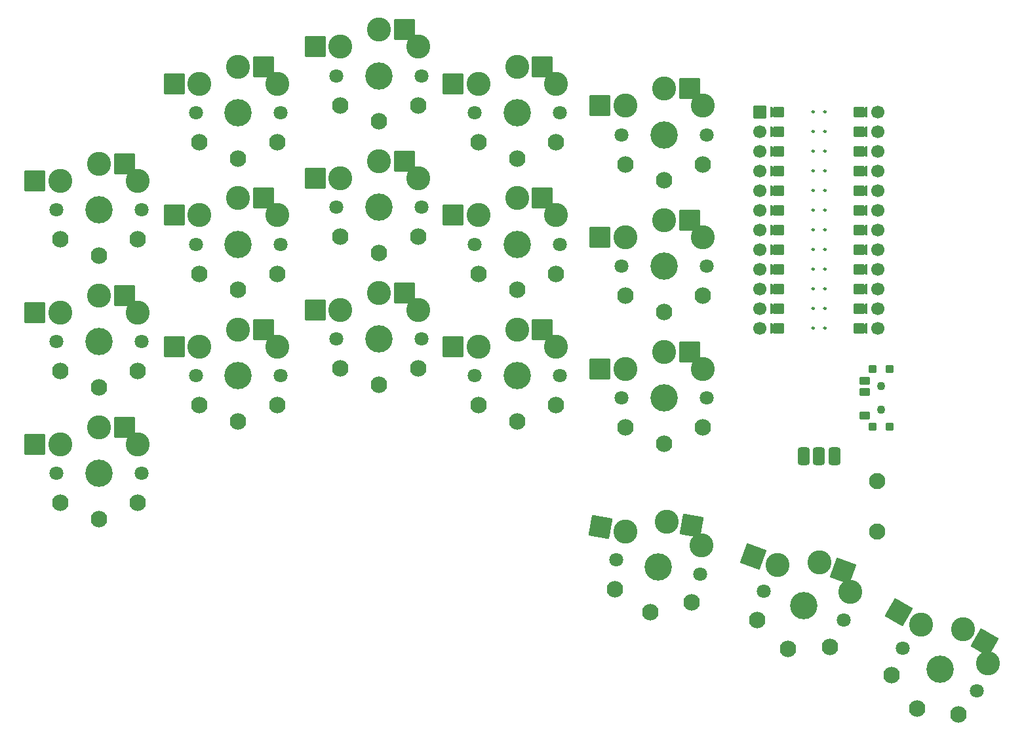
<source format=gbr>
%TF.GenerationSoftware,KiCad,Pcbnew,(6.0.7-1)-1*%
%TF.CreationDate,2022-10-05T14:36:59+03:00*%
%TF.ProjectId,board,626f6172-642e-46b6-9963-61645f706362,v1.0.0*%
%TF.SameCoordinates,Original*%
%TF.FileFunction,Soldermask,Top*%
%TF.FilePolarity,Negative*%
%FSLAX46Y46*%
G04 Gerber Fmt 4.6, Leading zero omitted, Abs format (unit mm)*
G04 Created by KiCad (PCBNEW (6.0.7-1)-1) date 2022-10-05 14:36:59*
%MOMM*%
%LPD*%
G01*
G04 APERTURE LIST*
G04 Aperture macros list*
%AMRoundRect*
0 Rectangle with rounded corners*
0 $1 Rounding radius*
0 $2 $3 $4 $5 $6 $7 $8 $9 X,Y pos of 4 corners*
0 Add a 4 corners polygon primitive as box body*
4,1,4,$2,$3,$4,$5,$6,$7,$8,$9,$2,$3,0*
0 Add four circle primitives for the rounded corners*
1,1,$1+$1,$2,$3*
1,1,$1+$1,$4,$5*
1,1,$1+$1,$6,$7*
1,1,$1+$1,$8,$9*
0 Add four rect primitives between the rounded corners*
20,1,$1+$1,$2,$3,$4,$5,0*
20,1,$1+$1,$4,$5,$6,$7,0*
20,1,$1+$1,$6,$7,$8,$9,0*
20,1,$1+$1,$8,$9,$2,$3,0*%
%AMFreePoly0*
4,1,14,0.635355,0.435355,0.650000,0.400000,0.650000,0.200000,0.635355,0.164645,0.035355,-0.435355,0.000000,-0.450000,-0.035355,-0.435355,-0.635355,0.164645,-0.650000,0.200000,-0.650000,0.400000,-0.635355,0.435355,-0.600000,0.450000,0.600000,0.450000,0.635355,0.435355,0.635355,0.435355,$1*%
%AMFreePoly1*
4,1,16,0.635355,1.035355,0.650000,1.000000,0.650000,-0.250000,0.635355,-0.285355,0.600000,-0.300000,-0.600000,-0.300000,-0.635355,-0.285355,-0.650000,-0.250000,-0.650000,1.000000,-0.635355,1.035355,-0.600000,1.050000,-0.564645,1.035355,0.000000,0.470710,0.564645,1.035355,0.600000,1.050000,0.635355,1.035355,0.635355,1.035355,$1*%
G04 Aperture macros list end*
%ADD10C,0.250000*%
%ADD11C,0.100000*%
%ADD12C,3.529000*%
%ADD13C,1.801800*%
%ADD14C,3.100000*%
%ADD15RoundRect,0.050000X-1.300000X-1.300000X1.300000X-1.300000X1.300000X1.300000X-1.300000X1.300000X0*%
%ADD16C,2.132000*%
%ADD17RoundRect,0.050000X-1.505993X-1.054507X1.054507X-1.505993X1.505993X1.054507X-1.054507X1.505993X0*%
%ADD18RoundRect,0.050000X-1.666227X-0.776974X0.776974X-1.666227X1.666227X0.776974X-0.776974X1.666227X0*%
%ADD19RoundRect,0.050000X-1.775833X-0.475833X0.475833X-1.775833X1.775833X0.475833X-0.475833X1.775833X0*%
%ADD20C,1.700000*%
%ADD21FreePoly0,90.000000*%
%ADD22FreePoly1,90.000000*%
%ADD23RoundRect,0.050000X-0.800000X0.800000X-0.800000X-0.800000X0.800000X-0.800000X0.800000X0.800000X0*%
%ADD24FreePoly1,270.000000*%
%ADD25FreePoly0,270.000000*%
%ADD26C,1.100000*%
%ADD27RoundRect,0.050000X-0.625000X0.450000X-0.625000X-0.450000X0.625000X-0.450000X0.625000X0.450000X0*%
%ADD28RoundRect,0.050000X-0.450000X0.450000X-0.450000X-0.450000X0.450000X-0.450000X0.450000X0.450000X0*%
%ADD29RoundRect,0.425000X-0.375000X-0.750000X0.375000X-0.750000X0.375000X0.750000X-0.375000X0.750000X0*%
%ADD30C,2.100000*%
G04 APERTURE END LIST*
D10*
%TO.C,MCU1*%
X160363000Y68745500D02*
G75*
G03*
X160363000Y68745500I-125000J0D01*
G01*
X161887000Y68745500D02*
G75*
G03*
X161887000Y68745500I-125000J0D01*
G01*
X160363000Y71285500D02*
G75*
G03*
X160363000Y71285500I-125000J0D01*
G01*
X161887000Y71285500D02*
G75*
G03*
X161887000Y71285500I-125000J0D01*
G01*
X160363000Y73825500D02*
G75*
G03*
X160363000Y73825500I-125000J0D01*
G01*
X161887000Y73825500D02*
G75*
G03*
X161887000Y73825500I-125000J0D01*
G01*
X160363000Y76365500D02*
G75*
G03*
X160363000Y76365500I-125000J0D01*
G01*
X161887000Y76365500D02*
G75*
G03*
X161887000Y76365500I-125000J0D01*
G01*
X160363000Y78905500D02*
G75*
G03*
X160363000Y78905500I-125000J0D01*
G01*
X161887000Y78905500D02*
G75*
G03*
X161887000Y78905500I-125000J0D01*
G01*
X160363000Y81445500D02*
G75*
G03*
X160363000Y81445500I-125000J0D01*
G01*
X161887000Y81445500D02*
G75*
G03*
X161887000Y81445500I-125000J0D01*
G01*
X160363000Y83985500D02*
G75*
G03*
X160363000Y83985500I-125000J0D01*
G01*
X161887000Y83985500D02*
G75*
G03*
X161887000Y83985500I-125000J0D01*
G01*
X160363000Y86525500D02*
G75*
G03*
X160363000Y86525500I-125000J0D01*
G01*
X161887000Y86525500D02*
G75*
G03*
X161887000Y86525500I-125000J0D01*
G01*
X160363000Y89065500D02*
G75*
G03*
X160363000Y89065500I-125000J0D01*
G01*
X161887000Y89065500D02*
G75*
G03*
X161887000Y89065500I-125000J0D01*
G01*
X160363000Y91605500D02*
G75*
G03*
X160363000Y91605500I-125000J0D01*
G01*
X161887000Y91605500D02*
G75*
G03*
X161887000Y91605500I-125000J0D01*
G01*
X161887000Y94145500D02*
G75*
G03*
X161887000Y94145500I-125000J0D01*
G01*
X160363000Y94145500D02*
G75*
G03*
X160363000Y94145500I-125000J0D01*
G01*
X160363000Y96685500D02*
G75*
G03*
X160363000Y96685500I-125000J0D01*
G01*
X161887000Y96685500D02*
G75*
G03*
X161887000Y96685500I-125000J0D01*
G01*
G36*
X167096000Y96177500D02*
G01*
X166080000Y96177500D01*
X166080000Y97193500D01*
X167096000Y97193500D01*
X167096000Y96177500D01*
G37*
D11*
X167096000Y96177500D02*
X166080000Y96177500D01*
X166080000Y97193500D01*
X167096000Y97193500D01*
X167096000Y96177500D01*
G36*
X167096000Y80937500D02*
G01*
X166080000Y80937500D01*
X166080000Y81953500D01*
X167096000Y81953500D01*
X167096000Y80937500D01*
G37*
X167096000Y80937500D02*
X166080000Y80937500D01*
X166080000Y81953500D01*
X167096000Y81953500D01*
X167096000Y80937500D01*
G36*
X167096000Y93637500D02*
G01*
X166080000Y93637500D01*
X166080000Y94653500D01*
X167096000Y94653500D01*
X167096000Y93637500D01*
G37*
X167096000Y93637500D02*
X166080000Y93637500D01*
X166080000Y94653500D01*
X167096000Y94653500D01*
X167096000Y93637500D01*
G36*
X167096000Y91097500D02*
G01*
X166080000Y91097500D01*
X166080000Y92113500D01*
X167096000Y92113500D01*
X167096000Y91097500D01*
G37*
X167096000Y91097500D02*
X166080000Y91097500D01*
X166080000Y92113500D01*
X167096000Y92113500D01*
X167096000Y91097500D01*
G36*
X167096000Y86017500D02*
G01*
X166080000Y86017500D01*
X166080000Y87033500D01*
X167096000Y87033500D01*
X167096000Y86017500D01*
G37*
X167096000Y86017500D02*
X166080000Y86017500D01*
X166080000Y87033500D01*
X167096000Y87033500D01*
X167096000Y86017500D01*
G36*
X167096000Y83477500D02*
G01*
X166080000Y83477500D01*
X166080000Y84493500D01*
X167096000Y84493500D01*
X167096000Y83477500D01*
G37*
X167096000Y83477500D02*
X166080000Y83477500D01*
X166080000Y84493500D01*
X167096000Y84493500D01*
X167096000Y83477500D01*
G36*
X167096000Y75857500D02*
G01*
X166080000Y75857500D01*
X166080000Y76873500D01*
X167096000Y76873500D01*
X167096000Y75857500D01*
G37*
X167096000Y75857500D02*
X166080000Y75857500D01*
X166080000Y76873500D01*
X167096000Y76873500D01*
X167096000Y75857500D01*
G36*
X167096000Y70777500D02*
G01*
X166080000Y70777500D01*
X166080000Y71793500D01*
X167096000Y71793500D01*
X167096000Y70777500D01*
G37*
X167096000Y70777500D02*
X166080000Y70777500D01*
X166080000Y71793500D01*
X167096000Y71793500D01*
X167096000Y70777500D01*
G36*
X167096000Y88557500D02*
G01*
X166080000Y88557500D01*
X166080000Y89573500D01*
X167096000Y89573500D01*
X167096000Y88557500D01*
G37*
X167096000Y88557500D02*
X166080000Y88557500D01*
X166080000Y89573500D01*
X167096000Y89573500D01*
X167096000Y88557500D01*
G36*
X167096000Y78397500D02*
G01*
X166080000Y78397500D01*
X166080000Y79413500D01*
X167096000Y79413500D01*
X167096000Y78397500D01*
G37*
X167096000Y78397500D02*
X166080000Y78397500D01*
X166080000Y79413500D01*
X167096000Y79413500D01*
X167096000Y78397500D01*
G36*
X167096000Y73317500D02*
G01*
X166080000Y73317500D01*
X166080000Y74333500D01*
X167096000Y74333500D01*
X167096000Y73317500D01*
G37*
X167096000Y73317500D02*
X166080000Y73317500D01*
X166080000Y74333500D01*
X167096000Y74333500D01*
X167096000Y73317500D01*
G36*
X167096000Y68237500D02*
G01*
X166080000Y68237500D01*
X166080000Y69253500D01*
X167096000Y69253500D01*
X167096000Y68237500D01*
G37*
X167096000Y68237500D02*
X166080000Y68237500D01*
X166080000Y69253500D01*
X167096000Y69253500D01*
X167096000Y68237500D01*
G36*
X155920000Y68237500D02*
G01*
X154904000Y68237500D01*
X154904000Y69253500D01*
X155920000Y69253500D01*
X155920000Y68237500D01*
G37*
X155920000Y68237500D02*
X154904000Y68237500D01*
X154904000Y69253500D01*
X155920000Y69253500D01*
X155920000Y68237500D01*
G36*
X155920000Y70777500D02*
G01*
X154904000Y70777500D01*
X154904000Y71793500D01*
X155920000Y71793500D01*
X155920000Y70777500D01*
G37*
X155920000Y70777500D02*
X154904000Y70777500D01*
X154904000Y71793500D01*
X155920000Y71793500D01*
X155920000Y70777500D01*
G36*
X155920000Y73317500D02*
G01*
X154904000Y73317500D01*
X154904000Y74333500D01*
X155920000Y74333500D01*
X155920000Y73317500D01*
G37*
X155920000Y73317500D02*
X154904000Y73317500D01*
X154904000Y74333500D01*
X155920000Y74333500D01*
X155920000Y73317500D01*
G36*
X155920000Y75857500D02*
G01*
X154904000Y75857500D01*
X154904000Y76873500D01*
X155920000Y76873500D01*
X155920000Y75857500D01*
G37*
X155920000Y75857500D02*
X154904000Y75857500D01*
X154904000Y76873500D01*
X155920000Y76873500D01*
X155920000Y75857500D01*
G36*
X155920000Y78397500D02*
G01*
X154904000Y78397500D01*
X154904000Y79413500D01*
X155920000Y79413500D01*
X155920000Y78397500D01*
G37*
X155920000Y78397500D02*
X154904000Y78397500D01*
X154904000Y79413500D01*
X155920000Y79413500D01*
X155920000Y78397500D01*
G36*
X155920000Y80937500D02*
G01*
X154904000Y80937500D01*
X154904000Y81953500D01*
X155920000Y81953500D01*
X155920000Y80937500D01*
G37*
X155920000Y80937500D02*
X154904000Y80937500D01*
X154904000Y81953500D01*
X155920000Y81953500D01*
X155920000Y80937500D01*
G36*
X155920000Y83477500D02*
G01*
X154904000Y83477500D01*
X154904000Y84493500D01*
X155920000Y84493500D01*
X155920000Y83477500D01*
G37*
X155920000Y83477500D02*
X154904000Y83477500D01*
X154904000Y84493500D01*
X155920000Y84493500D01*
X155920000Y83477500D01*
G36*
X155920000Y86017500D02*
G01*
X154904000Y86017500D01*
X154904000Y87033500D01*
X155920000Y87033500D01*
X155920000Y86017500D01*
G37*
X155920000Y86017500D02*
X154904000Y86017500D01*
X154904000Y87033500D01*
X155920000Y87033500D01*
X155920000Y86017500D01*
G36*
X155920000Y88557500D02*
G01*
X154904000Y88557500D01*
X154904000Y89573500D01*
X155920000Y89573500D01*
X155920000Y88557500D01*
G37*
X155920000Y88557500D02*
X154904000Y88557500D01*
X154904000Y89573500D01*
X155920000Y89573500D01*
X155920000Y88557500D01*
G36*
X155920000Y91097500D02*
G01*
X154904000Y91097500D01*
X154904000Y92113500D01*
X155920000Y92113500D01*
X155920000Y91097500D01*
G37*
X155920000Y91097500D02*
X154904000Y91097500D01*
X154904000Y92113500D01*
X155920000Y92113500D01*
X155920000Y91097500D01*
G36*
X155920000Y93637500D02*
G01*
X154904000Y93637500D01*
X154904000Y94653500D01*
X155920000Y94653500D01*
X155920000Y93637500D01*
G37*
X155920000Y93637500D02*
X154904000Y93637500D01*
X154904000Y94653500D01*
X155920000Y94653500D01*
X155920000Y93637500D01*
G36*
X155920000Y96177500D02*
G01*
X154904000Y96177500D01*
X154904000Y97193500D01*
X155920000Y97193500D01*
X155920000Y96177500D01*
G37*
X155920000Y96177500D02*
X154904000Y96177500D01*
X154904000Y97193500D01*
X155920000Y97193500D01*
X155920000Y96177500D01*
%TD*%
D12*
%TO.C,S1*%
X68000000Y50000000D03*
D13*
X73500000Y50000000D03*
X62500000Y50000000D03*
D14*
X73000000Y53750000D03*
X68000000Y55950000D03*
X63000000Y53750000D03*
X68000000Y55950000D03*
D15*
X71275000Y55950000D03*
X59725000Y53750000D03*
%TD*%
D12*
%TO.C,S2*%
X68000000Y50000000D03*
D13*
X62500000Y50000000D03*
X73500000Y50000000D03*
D16*
X63000000Y46200000D03*
X68000000Y44100000D03*
X73000000Y46200000D03*
X68000000Y44100000D03*
%TD*%
D12*
%TO.C,S3*%
X68000000Y67000000D03*
D13*
X73500000Y67000000D03*
X62500000Y67000000D03*
D14*
X73000000Y70750000D03*
X68000000Y72950000D03*
X63000000Y70750000D03*
X68000000Y72950000D03*
D15*
X71275000Y72950000D03*
X59725000Y70750000D03*
%TD*%
D12*
%TO.C,S4*%
X68000000Y67000000D03*
D13*
X62500000Y67000000D03*
X73500000Y67000000D03*
D16*
X63000000Y63200000D03*
X68000000Y61100000D03*
X73000000Y63200000D03*
X68000000Y61100000D03*
%TD*%
D12*
%TO.C,S5*%
X68000000Y84000000D03*
D13*
X73500000Y84000000D03*
X62500000Y84000000D03*
D14*
X73000000Y87750000D03*
X68000000Y89950000D03*
X63000000Y87750000D03*
X68000000Y89950000D03*
D15*
X71275000Y89950000D03*
X59725000Y87750000D03*
%TD*%
D12*
%TO.C,S6*%
X68000000Y84000000D03*
D13*
X62500000Y84000000D03*
X73500000Y84000000D03*
D16*
X63000000Y80200000D03*
X68000000Y78100000D03*
X73000000Y80200000D03*
X68000000Y78100000D03*
%TD*%
D12*
%TO.C,S7*%
X86000000Y62573000D03*
D13*
X91500000Y62573000D03*
X80500000Y62573000D03*
D14*
X91000000Y66323000D03*
X86000000Y68523000D03*
X81000000Y66323000D03*
X86000000Y68523000D03*
D15*
X89275000Y68523000D03*
X77725000Y66323000D03*
%TD*%
D12*
%TO.C,S8*%
X86000000Y62573000D03*
D13*
X80500000Y62573000D03*
X91500000Y62573000D03*
D16*
X81000000Y58773000D03*
X86000000Y56673000D03*
X91000000Y58773000D03*
X86000000Y56673000D03*
%TD*%
D12*
%TO.C,S9*%
X86000000Y79573000D03*
D13*
X91500000Y79573000D03*
X80500000Y79573000D03*
D14*
X91000000Y83323000D03*
X86000000Y85523000D03*
X81000000Y83323000D03*
X86000000Y85523000D03*
D15*
X89275000Y85523000D03*
X77725000Y83323000D03*
%TD*%
D12*
%TO.C,S10*%
X86000000Y79573000D03*
D13*
X80500000Y79573000D03*
X91500000Y79573000D03*
D16*
X81000000Y75773000D03*
X86000000Y73673000D03*
X91000000Y75773000D03*
X86000000Y73673000D03*
%TD*%
D12*
%TO.C,S11*%
X86000000Y96573000D03*
D13*
X91500000Y96573000D03*
X80500000Y96573000D03*
D14*
X91000000Y100323000D03*
X86000000Y102523000D03*
X81000000Y100323000D03*
X86000000Y102523000D03*
D15*
X89275000Y102523000D03*
X77725000Y100323000D03*
%TD*%
D12*
%TO.C,S12*%
X86000000Y96573000D03*
D13*
X80500000Y96573000D03*
X91500000Y96573000D03*
D16*
X81000000Y92773000D03*
X86000000Y90673000D03*
X91000000Y92773000D03*
X86000000Y90673000D03*
%TD*%
D12*
%TO.C,S13*%
X104200000Y67335500D03*
D13*
X109700000Y67335500D03*
X98700000Y67335500D03*
D14*
X109200000Y71085500D03*
X104200000Y73285500D03*
X99200000Y71085500D03*
X104200000Y73285500D03*
D15*
X107475000Y73285500D03*
X95925000Y71085500D03*
%TD*%
D12*
%TO.C,S14*%
X104200000Y67335500D03*
D13*
X98700000Y67335500D03*
X109700000Y67335500D03*
D16*
X99200000Y63535500D03*
X104200000Y61435500D03*
X109200000Y63535500D03*
X104200000Y61435500D03*
%TD*%
D12*
%TO.C,S15*%
X104200000Y84335500D03*
D13*
X109700000Y84335500D03*
X98700000Y84335500D03*
D14*
X109200000Y88085500D03*
X104200000Y90285500D03*
X99200000Y88085500D03*
X104200000Y90285500D03*
D15*
X107475000Y90285500D03*
X95925000Y88085500D03*
%TD*%
D12*
%TO.C,S16*%
X104200000Y84335500D03*
D13*
X98700000Y84335500D03*
X109700000Y84335500D03*
D16*
X99200000Y80535500D03*
X104200000Y78435500D03*
X109200000Y80535500D03*
X104200000Y78435500D03*
%TD*%
D12*
%TO.C,S17*%
X104200000Y101335500D03*
D13*
X109700000Y101335500D03*
X98700000Y101335500D03*
D14*
X109200000Y105085500D03*
X104200000Y107285500D03*
X99200000Y105085500D03*
X104200000Y107285500D03*
D15*
X107475000Y107285500D03*
X95925000Y105085500D03*
%TD*%
D12*
%TO.C,S18*%
X104200000Y101335500D03*
D13*
X98700000Y101335500D03*
X109700000Y101335500D03*
D16*
X99200000Y97535500D03*
X104200000Y95435500D03*
X109200000Y97535500D03*
X104200000Y95435500D03*
%TD*%
D12*
%TO.C,S19*%
X122000000Y62573000D03*
D13*
X127500000Y62573000D03*
X116500000Y62573000D03*
D14*
X127000000Y66323000D03*
X122000000Y68523000D03*
X117000000Y66323000D03*
X122000000Y68523000D03*
D15*
X125275000Y68523000D03*
X113725000Y66323000D03*
%TD*%
D12*
%TO.C,S20*%
X122000000Y62573000D03*
D13*
X116500000Y62573000D03*
X127500000Y62573000D03*
D16*
X117000000Y58773000D03*
X122000000Y56673000D03*
X127000000Y58773000D03*
X122000000Y56673000D03*
%TD*%
D12*
%TO.C,S21*%
X122000000Y79573000D03*
D13*
X127500000Y79573000D03*
X116500000Y79573000D03*
D14*
X127000000Y83323000D03*
X122000000Y85523000D03*
X117000000Y83323000D03*
X122000000Y85523000D03*
D15*
X125275000Y85523000D03*
X113725000Y83323000D03*
%TD*%
D12*
%TO.C,S22*%
X122000000Y79573000D03*
D13*
X116500000Y79573000D03*
X127500000Y79573000D03*
D16*
X117000000Y75773000D03*
X122000000Y73673000D03*
X127000000Y75773000D03*
X122000000Y73673000D03*
%TD*%
D12*
%TO.C,S23*%
X122000000Y96573000D03*
D13*
X127500000Y96573000D03*
X116500000Y96573000D03*
D14*
X127000000Y100323000D03*
X122000000Y102523000D03*
X117000000Y100323000D03*
X122000000Y102523000D03*
D15*
X125275000Y102523000D03*
X113725000Y100323000D03*
%TD*%
D12*
%TO.C,S24*%
X122000000Y96573000D03*
D13*
X116500000Y96573000D03*
X127500000Y96573000D03*
D16*
X117000000Y92773000D03*
X122000000Y90673000D03*
X127000000Y92773000D03*
X122000000Y90673000D03*
%TD*%
D12*
%TO.C,S25*%
X141000000Y59715500D03*
D13*
X146500000Y59715500D03*
X135500000Y59715500D03*
D14*
X146000000Y63465500D03*
X141000000Y65665500D03*
X136000000Y63465500D03*
X141000000Y65665500D03*
D15*
X144275000Y65665500D03*
X132725000Y63465500D03*
%TD*%
D12*
%TO.C,S26*%
X141000000Y59715500D03*
D13*
X135500000Y59715500D03*
X146500000Y59715500D03*
D16*
X136000000Y55915500D03*
X141000000Y53815500D03*
X146000000Y55915500D03*
X141000000Y53815500D03*
%TD*%
D12*
%TO.C,S27*%
X141000000Y76715500D03*
D13*
X146500000Y76715500D03*
X135500000Y76715500D03*
D14*
X146000000Y80465500D03*
X141000000Y82665500D03*
X136000000Y80465500D03*
X141000000Y82665500D03*
D15*
X144275000Y82665500D03*
X132725000Y80465500D03*
%TD*%
D12*
%TO.C,S28*%
X141000000Y76715500D03*
D13*
X135500000Y76715500D03*
X146500000Y76715500D03*
D16*
X136000000Y72915500D03*
X141000000Y70815500D03*
X146000000Y72915500D03*
X141000000Y70815500D03*
%TD*%
D12*
%TO.C,S29*%
X141000000Y93715500D03*
D13*
X146500000Y93715500D03*
X135500000Y93715500D03*
D14*
X146000000Y97465500D03*
X141000000Y99665500D03*
X136000000Y97465500D03*
X141000000Y99665500D03*
D15*
X144275000Y99665500D03*
X132725000Y97465500D03*
%TD*%
D12*
%TO.C,S30*%
X141000000Y93715500D03*
D13*
X135500000Y93715500D03*
X146500000Y93715500D03*
D16*
X136000000Y89915500D03*
X141000000Y87815500D03*
X146000000Y89915500D03*
X141000000Y87815500D03*
%TD*%
D12*
%TO.C,S31*%
X140265819Y37897865D03*
D13*
X145682262Y36942800D03*
X134849376Y38852930D03*
D14*
X145841038Y40722653D03*
X141299026Y43757471D03*
X135992961Y42459135D03*
X141299026Y43757471D03*
D17*
X144524271Y43188773D03*
X132767716Y43027833D03*
%TD*%
D12*
%TO.C,S32*%
X140265819Y37897865D03*
D13*
X134849376Y38852930D03*
X145682262Y36942800D03*
D16*
X134681917Y35023836D03*
X139241295Y32087499D03*
X144529995Y33287355D03*
X139241295Y32087499D03*
%TD*%
D12*
%TO.C,S33*%
X159017484Y32873372D03*
D13*
X164185793Y30992261D03*
X153849175Y34754483D03*
D14*
X164998523Y34687119D03*
X161052504Y38464543D03*
X155601596Y38107320D03*
X161052504Y38464543D03*
D18*
X164129997Y37344427D03*
X152524103Y39227436D03*
%TD*%
D12*
%TO.C,S34*%
X159017484Y32873372D03*
D13*
X153849175Y34754483D03*
X164185793Y30992261D03*
D16*
X153019344Y31012641D03*
X156999565Y27329186D03*
X162416271Y27592439D03*
X156999565Y27329186D03*
%TD*%
D12*
%TO.C,S35*%
X176611775Y24669019D03*
D13*
X181374915Y21919019D03*
X171848635Y27419019D03*
D14*
X182816902Y25416614D03*
X179586775Y29821870D03*
X174156648Y30416614D03*
X179586775Y29821870D03*
D19*
X182423008Y28184370D03*
X171320415Y32054114D03*
%TD*%
D12*
%TO.C,S36*%
X176611775Y24669019D03*
D13*
X171848635Y27419019D03*
X181374915Y21919019D03*
D16*
X170381648Y23878122D03*
X173661775Y19559469D03*
X179041902Y18878122D03*
X173661775Y19559469D03*
%TD*%
D20*
%TO.C,MCU1*%
X153380000Y96685500D03*
X153380000Y94145500D03*
X153380000Y91605500D03*
X153380000Y89065500D03*
X153380000Y86525500D03*
X153380000Y83985500D03*
X153380000Y81445500D03*
X153380000Y78905500D03*
X153380000Y76365500D03*
X153380000Y73825500D03*
X153380000Y71285500D03*
X153380000Y68745500D03*
X168620000Y68745500D03*
X168620000Y71285500D03*
X168620000Y73825500D03*
X168620000Y76365500D03*
X168620000Y78905500D03*
X168620000Y81445500D03*
X168620000Y83985500D03*
X168620000Y86525500D03*
X168620000Y89065500D03*
X168620000Y91605500D03*
X168620000Y94145500D03*
X168620000Y96685500D03*
D21*
X155158000Y96685500D03*
D22*
X156174000Y96685500D03*
D23*
X153380000Y96685500D03*
D21*
X155158000Y94145500D03*
D22*
X156174000Y94145500D03*
D21*
X155158000Y91605500D03*
D22*
X156174000Y91605500D03*
D21*
X155158000Y89065500D03*
D22*
X156174000Y89065500D03*
D21*
X155158000Y86525500D03*
D22*
X156174000Y86525500D03*
D21*
X155158000Y83985500D03*
D22*
X156174000Y83985500D03*
D21*
X155158000Y81445500D03*
D22*
X156174000Y81445500D03*
D21*
X155158000Y78905500D03*
D22*
X156174000Y78905500D03*
D21*
X155158000Y76365500D03*
D22*
X156174000Y76365500D03*
D21*
X155158000Y73825500D03*
D22*
X156174000Y73825500D03*
D21*
X155158000Y71285500D03*
D22*
X156174000Y71285500D03*
D21*
X155158000Y68745500D03*
D22*
X156174000Y68745500D03*
D24*
X165826000Y96685500D03*
X165826000Y91605500D03*
D25*
X166842000Y91605500D03*
X166842000Y96685500D03*
D24*
X165826000Y94145500D03*
X165826000Y89065500D03*
D25*
X166842000Y94145500D03*
X166842000Y89065500D03*
D24*
X165826000Y83985500D03*
X165826000Y81445500D03*
D25*
X166842000Y81445500D03*
D24*
X165826000Y78905500D03*
X165826000Y68745500D03*
D25*
X166842000Y78905500D03*
X166842000Y68745500D03*
D24*
X165826000Y76365500D03*
D25*
X166842000Y86525500D03*
X166842000Y83985500D03*
X166842000Y76365500D03*
D24*
X165826000Y73825500D03*
D25*
X166842000Y73825500D03*
X166842000Y71285500D03*
D24*
X165826000Y71285500D03*
X165826000Y86525500D03*
%TD*%
D26*
%TO.C,T1*%
X169000000Y58215500D03*
X169000000Y61215500D03*
D27*
X166925000Y57465500D03*
X166925000Y60465500D03*
X166925000Y61965500D03*
D28*
X170100000Y56015500D03*
X167900000Y56015500D03*
X167900000Y63415500D03*
X170100000Y63415500D03*
%TD*%
D26*
%TO.C,T2*%
X169000000Y58215500D03*
X169000000Y61215500D03*
%TD*%
D29*
%TO.C,PAD1*%
X159000000Y52215500D03*
X161000000Y52215500D03*
X163000000Y52215500D03*
%TD*%
D30*
%TO.C,B1*%
X168500000Y48965500D03*
X168500000Y42465500D03*
%TD*%
M02*

</source>
